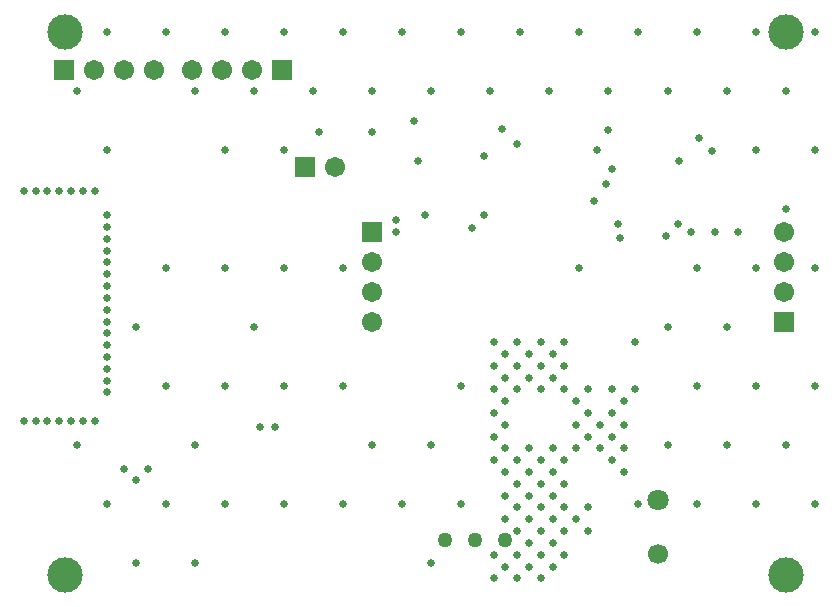
<source format=gbr>
%TF.GenerationSoftware,Altium Limited,Altium Designer,22.10.1 (41)*%
G04 Layer_Color=16711935*
%FSLAX45Y45*%
%MOMM*%
%TF.SameCoordinates,C9E4A285-3493-4599-8121-F693CE24ADE7*%
%TF.FilePolarity,Negative*%
%TF.FileFunction,Soldermask,Bot*%
%TF.Part,Single*%
G01*
G75*
%TA.AperFunction,ComponentPad*%
%ADD28C,1.27000*%
%ADD32C,1.80000*%
%ADD33C,1.70000*%
%ADD51C,1.70320*%
%ADD52R,1.70320X1.70320*%
%ADD53R,1.70320X1.70320*%
%TA.AperFunction,ViaPad*%
%ADD54C,0.65320*%
%ADD55C,3.00000*%
D28*
X3611880Y693420D02*
D03*
X3865880D02*
D03*
X4119880D02*
D03*
D32*
X5420000Y1030000D02*
D03*
D33*
Y580000D02*
D03*
D51*
X2997200Y2540000D02*
D03*
Y2794000D02*
D03*
Y3048000D02*
D03*
X1470000Y4670000D02*
D03*
X1724000D02*
D03*
X1978000D02*
D03*
X1155700Y4673600D02*
D03*
X901700D02*
D03*
X647700D02*
D03*
X2687320Y3853180D02*
D03*
X6489700Y2794000D02*
D03*
Y3048000D02*
D03*
Y3302000D02*
D03*
D52*
X2997200D02*
D03*
X6489700Y2540000D02*
D03*
D53*
X2232000Y4670000D02*
D03*
X393700Y4673600D02*
D03*
X2433320Y3853180D02*
D03*
D54*
X5880100Y3987800D02*
D03*
X5765800Y4102100D02*
D03*
X4102100Y4178300D02*
D03*
X4229100Y4051300D02*
D03*
X5100000Y3250000D02*
D03*
X3000000Y4150000D02*
D03*
X2550000D02*
D03*
X5600000Y3900000D02*
D03*
X3950000Y3950000D02*
D03*
X4900000Y4000000D02*
D03*
X6100000Y3300000D02*
D03*
X5900000D02*
D03*
X5700000D02*
D03*
X3200000D02*
D03*
Y3400000D02*
D03*
X750774Y1944489D02*
D03*
Y2044489D02*
D03*
Y2144489D02*
D03*
Y2244489D02*
D03*
Y2344489D02*
D03*
Y2444489D02*
D03*
Y2544489D02*
D03*
Y2644489D02*
D03*
Y2744489D02*
D03*
Y2844489D02*
D03*
Y2944489D02*
D03*
Y3044489D02*
D03*
Y3144489D02*
D03*
Y3244489D02*
D03*
X6750000Y5000000D02*
D03*
X6500000Y4500000D02*
D03*
X6750000Y4000000D02*
D03*
X6500000Y3500000D02*
D03*
X6750000Y3000000D02*
D03*
Y2000000D02*
D03*
X6500000Y1500000D02*
D03*
X6750000Y1000000D02*
D03*
X6500000Y500000D02*
D03*
X6250000Y5000000D02*
D03*
X6000000Y4500000D02*
D03*
X6250000Y4000000D02*
D03*
Y3000000D02*
D03*
X6000000Y2500000D02*
D03*
X6250000Y2000000D02*
D03*
X6000000Y1500000D02*
D03*
X6250000Y1000000D02*
D03*
X5750000Y5000000D02*
D03*
X5500000Y4500000D02*
D03*
X5750000Y3000000D02*
D03*
X5500000Y2500000D02*
D03*
X5750000Y2000000D02*
D03*
X5500000Y1500000D02*
D03*
X5750000Y1000000D02*
D03*
X5250000Y5000000D02*
D03*
X5000000Y4500000D02*
D03*
X5250000Y1000000D02*
D03*
X4750000Y5000000D02*
D03*
X4500000Y4500000D02*
D03*
X4750000Y3000000D02*
D03*
X4250000Y5000000D02*
D03*
X4000000Y4500000D02*
D03*
X3750000Y5000000D02*
D03*
X3500000Y4500000D02*
D03*
X3750000Y2000000D02*
D03*
X3500000Y1500000D02*
D03*
X3750000Y1000000D02*
D03*
X3500000Y500000D02*
D03*
X3250000Y5000000D02*
D03*
X3000000Y4500000D02*
D03*
Y1500000D02*
D03*
X3250000Y1000000D02*
D03*
X2750000Y5000000D02*
D03*
X2500000Y4500000D02*
D03*
X2750000Y3000000D02*
D03*
Y2000000D02*
D03*
Y1000000D02*
D03*
X2250000Y5000000D02*
D03*
X2000000Y4500000D02*
D03*
X2250000Y4000000D02*
D03*
Y3000000D02*
D03*
X2000000Y2500000D02*
D03*
X2250000Y2000000D02*
D03*
Y1000000D02*
D03*
X1750000Y5000000D02*
D03*
X1500000Y4500000D02*
D03*
X1750000Y4000000D02*
D03*
Y3000000D02*
D03*
Y2000000D02*
D03*
X1500000Y1500000D02*
D03*
X1750000Y1000000D02*
D03*
X1500000Y500000D02*
D03*
X1250000Y5000000D02*
D03*
Y3000000D02*
D03*
X1000000Y2500000D02*
D03*
X1250000Y2000000D02*
D03*
Y1000000D02*
D03*
X1000000Y500000D02*
D03*
X750000Y5000000D02*
D03*
X500000Y4500000D02*
D03*
X750000Y4000000D02*
D03*
X500000Y1500000D02*
D03*
X750000Y1000000D02*
D03*
X750774Y3344489D02*
D03*
Y3444489D02*
D03*
X650000Y3650000D02*
D03*
X550000D02*
D03*
X450000D02*
D03*
X350000D02*
D03*
X250000D02*
D03*
X50000D02*
D03*
X150000D02*
D03*
X650000Y1700000D02*
D03*
X550000D02*
D03*
X450000D02*
D03*
X350000D02*
D03*
X250000D02*
D03*
X50000D02*
D03*
X150000D02*
D03*
X4995000Y4167419D02*
D03*
X3356700Y4238539D02*
D03*
X5029200Y3833520D02*
D03*
X3390900Y3906520D02*
D03*
X3948530Y3442790D02*
D03*
X5586900Y3369860D02*
D03*
X5483860Y3267100D02*
D03*
X5081100Y3370140D02*
D03*
X3442800Y3443140D02*
D03*
X3845560Y3340100D02*
D03*
X4027502Y1769899D02*
D03*
X4027502Y1969899D02*
D03*
X4027502Y2169899D02*
D03*
X4027502Y2369899D02*
D03*
X4427502Y2369898D02*
D03*
X5227502Y2369897D02*
D03*
X5227501Y1969898D02*
D03*
X5027501Y1969898D02*
D03*
X5127500Y1269898D02*
D03*
X5127501Y1469898D02*
D03*
X5027500Y1369898D02*
D03*
X5027501Y1569898D02*
D03*
X5127501Y1669898D02*
D03*
X5127501Y1869898D02*
D03*
X4627502Y2169898D02*
D03*
X4627502Y2369898D02*
D03*
X4127502Y2269899D02*
D03*
X4127502Y2069899D02*
D03*
X4227502Y2369898D02*
D03*
X4227502Y2169899D02*
D03*
X4527502Y2269898D02*
D03*
X4327502Y2269898D02*
D03*
X4127502Y1869899D02*
D03*
X4127502Y1669899D02*
D03*
X4227502Y1969899D02*
D03*
X4327502Y2069899D02*
D03*
X4427502Y2169898D02*
D03*
X4427502Y1969899D02*
D03*
X4527502Y2069898D02*
D03*
X4827501Y1969898D02*
D03*
X4627502Y1969898D02*
D03*
X4727501Y1869898D02*
D03*
X4727501Y1669898D02*
D03*
X5027501Y1769898D02*
D03*
X4827501Y1769898D02*
D03*
X4927501Y1469898D02*
D03*
X4927501Y1669898D02*
D03*
X4827501Y1569898D02*
D03*
X4727501Y1469899D02*
D03*
X4527501Y1469899D02*
D03*
X4027501Y1569899D02*
D03*
X4327501Y1469899D02*
D03*
X4127501Y1469899D02*
D03*
X4627501Y1369899D02*
D03*
X4427501Y1369899D02*
D03*
X4227501Y1369899D02*
D03*
X4027501Y1369899D02*
D03*
X4627500Y969899D02*
D03*
X4627501Y1169899D02*
D03*
X4527501Y1269899D02*
D03*
X4327501Y1269899D02*
D03*
X4127501Y1269899D02*
D03*
X4127501Y1069900D02*
D03*
X4427501Y1169899D02*
D03*
X4227501Y1169899D02*
D03*
X4527500Y1069899D02*
D03*
X4327501Y1069899D02*
D03*
X4827500Y769899D02*
D03*
X4827500Y969899D02*
D03*
X4727500Y869899D02*
D03*
X4527500Y469899D02*
D03*
X4627500Y569899D02*
D03*
X4627500Y769899D02*
D03*
X4427500Y369900D02*
D03*
X4427500Y569900D02*
D03*
X4527500Y669899D02*
D03*
X4527500Y869899D02*
D03*
X4427500Y969899D02*
D03*
X4227501Y969900D02*
D03*
X4327500Y869899D02*
D03*
X4127501Y869900D02*
D03*
X4427500Y769899D02*
D03*
X4227500Y769900D02*
D03*
X4327500Y469900D02*
D03*
X4327500Y669900D02*
D03*
X4227500Y569900D02*
D03*
X4027500Y569900D02*
D03*
X4227500Y369900D02*
D03*
X4127500Y469900D02*
D03*
X4027500Y369900D02*
D03*
X4878340Y3562080D02*
D03*
X2174100Y1653680D02*
D03*
X4978400Y3708400D02*
D03*
X2047240Y1653540D02*
D03*
X1100000Y1299999D02*
D03*
X1000000Y1200000D02*
D03*
X900000Y1300000D02*
D03*
D55*
X6500000Y5000000D02*
D03*
X400000D02*
D03*
Y400000D02*
D03*
X6500000D02*
D03*
%TF.MD5,3b8150a3c6ef589c8e09d3b6964aacfb*%
M02*

</source>
